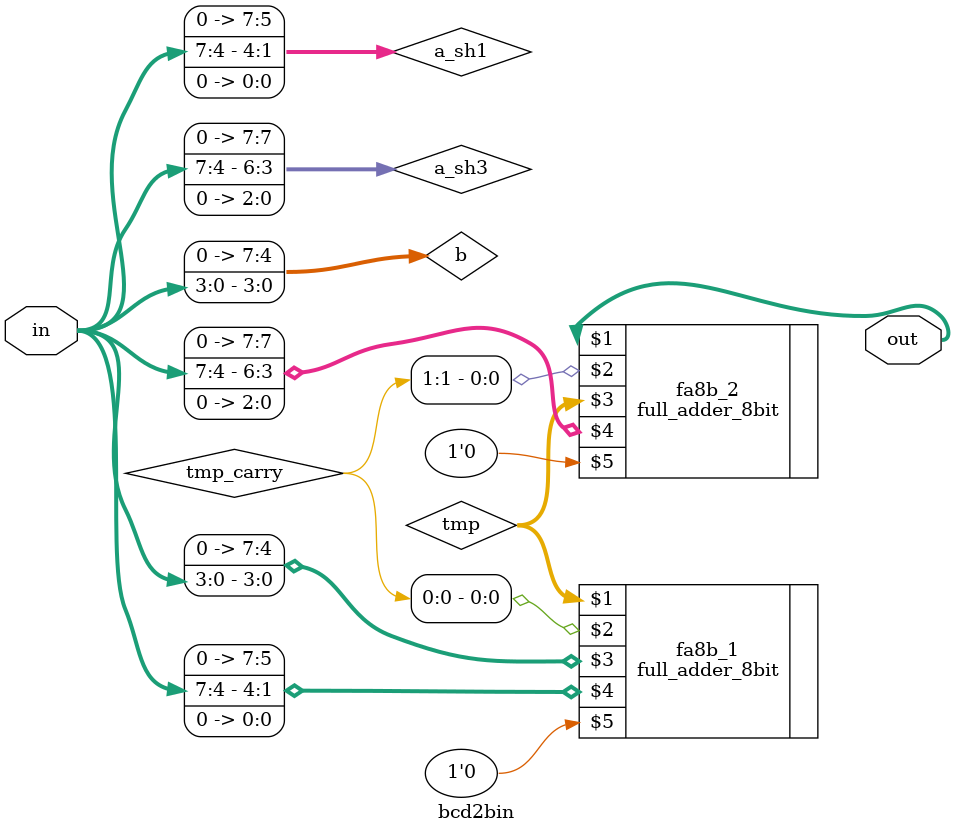
<source format=v>
module bcd2bin(out, in);
    input [7:0] in;
    output [7:0] out;
    
    wire [7:0] b, a_sh3, a_sh1, tmp;
    wire [1:0] tmp_carry;

    assign b[3:0] = in[3:0];
    assign b[7:4] = 0;

    assign a_sh1[4:1] = in[7:4];
    assign a_sh1[7:5] = 0;
    assign a_sh1[0] = 0;

    assign a_sh3[6:3] = in[7:4];
    assign a_sh3[7] = 0;
    assign a_sh3[2:0] = 0;

    full_adder_8bit fa8b_1(tmp, tmp_carry[0], b, a_sh1, 1'b0);
    full_adder_8bit fa8b_2(out, tmp_carry[1], tmp, a_sh3, 1'b0);

endmodule

</source>
